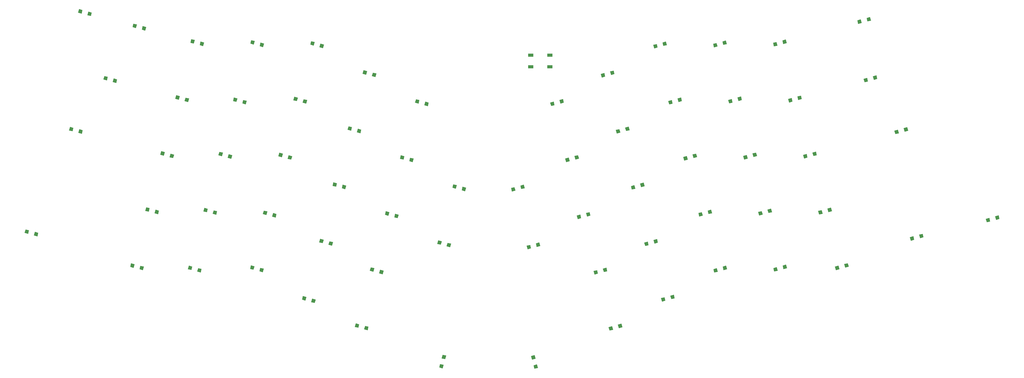
<source format=gbr>
%TF.GenerationSoftware,KiCad,Pcbnew,4.0.7*%
%TF.CreationDate,2018-09-12T19:18:30-05:00*%
%TF.ProjectId,ergo60tilt,6572676F363074696C742E6B69636164,rev?*%
%TF.FileFunction,Paste,Bot*%
%FSLAX46Y46*%
G04 Gerber Fmt 4.6, Leading zero omitted, Abs format (unit mm)*
G04 Created by KiCad (PCBNEW 4.0.7) date 09/12/18 19:18:30*
%MOMM*%
%LPD*%
G01*
G04 APERTURE LIST*
%ADD10C,0.100000*%
%ADD11R,1.700000X1.000000*%
G04 APERTURE END LIST*
D10*
G36*
X30965890Y-19020156D02*
X30655307Y-20179267D01*
X29496196Y-19868684D01*
X29806779Y-18709573D01*
X30965890Y-19020156D01*
X30965890Y-19020156D01*
G37*
G36*
X34008556Y-19835436D02*
X33697973Y-20994547D01*
X32538862Y-20683964D01*
X32849445Y-19524853D01*
X34008556Y-19835436D01*
X34008556Y-19835436D01*
G37*
G36*
X48791750Y-23796580D02*
X48481167Y-24955691D01*
X47322056Y-24645108D01*
X47632639Y-23485997D01*
X48791750Y-23796580D01*
X48791750Y-23796580D01*
G37*
G36*
X51834416Y-24611860D02*
X51523833Y-25770971D01*
X50364722Y-25460388D01*
X50675305Y-24301277D01*
X51834416Y-24611860D01*
X51834416Y-24611860D01*
G37*
G36*
X39261025Y-40964841D02*
X38950442Y-42123952D01*
X37791331Y-41813369D01*
X38101914Y-40654258D01*
X39261025Y-40964841D01*
X39261025Y-40964841D01*
G37*
G36*
X42303691Y-41780121D02*
X41993108Y-42939232D01*
X40833997Y-42628649D01*
X41144580Y-41469538D01*
X42303691Y-41780121D01*
X42303691Y-41780121D01*
G37*
G36*
X28005217Y-57670868D02*
X27694634Y-58829979D01*
X26535523Y-58519396D01*
X26846106Y-57360285D01*
X28005217Y-57670868D01*
X28005217Y-57670868D01*
G37*
G36*
X31047883Y-58486148D02*
X30737300Y-59645259D01*
X29578189Y-59334676D01*
X29888772Y-58175565D01*
X31047883Y-58486148D01*
X31047883Y-58486148D01*
G37*
G36*
X13431197Y-91360855D02*
X13120614Y-92519966D01*
X11961503Y-92209383D01*
X12272086Y-91050272D01*
X13431197Y-91360855D01*
X13431197Y-91360855D01*
G37*
G36*
X16473863Y-92176135D02*
X16163280Y-93335246D01*
X15004169Y-93024663D01*
X15314752Y-91865552D01*
X16473863Y-92176135D01*
X16473863Y-92176135D01*
G37*
G36*
X67767664Y-28881161D02*
X67457081Y-30040272D01*
X66297970Y-29729689D01*
X66608553Y-28570578D01*
X67767664Y-28881161D01*
X67767664Y-28881161D01*
G37*
G36*
X70810330Y-29696441D02*
X70499747Y-30855552D01*
X69340636Y-30544969D01*
X69651219Y-29385858D01*
X70810330Y-29696441D01*
X70810330Y-29696441D01*
G37*
G36*
X62837160Y-47282048D02*
X62526577Y-48441159D01*
X61367466Y-48130576D01*
X61678049Y-46971465D01*
X62837160Y-47282048D01*
X62837160Y-47282048D01*
G37*
G36*
X65879826Y-48097328D02*
X65569243Y-49256439D01*
X64410132Y-48945856D01*
X64720715Y-47786745D01*
X65879826Y-48097328D01*
X65879826Y-48097328D01*
G37*
G36*
X57906658Y-65682935D02*
X57596075Y-66842046D01*
X56436964Y-66531463D01*
X56747547Y-65372352D01*
X57906658Y-65682935D01*
X57906658Y-65682935D01*
G37*
G36*
X60949324Y-66498215D02*
X60638741Y-67657326D01*
X59479630Y-67346743D01*
X59790213Y-66187632D01*
X60949324Y-66498215D01*
X60949324Y-66498215D01*
G37*
G36*
X52976155Y-84083822D02*
X52665572Y-85242933D01*
X51506461Y-84932350D01*
X51817044Y-83773239D01*
X52976155Y-84083822D01*
X52976155Y-84083822D01*
G37*
G36*
X56018821Y-84899102D02*
X55708238Y-86058213D01*
X54549127Y-85747630D01*
X54859710Y-84588519D01*
X56018821Y-84899102D01*
X56018821Y-84899102D01*
G37*
G36*
X48045652Y-102484709D02*
X47735069Y-103643820D01*
X46575958Y-103333237D01*
X46886541Y-102174126D01*
X48045652Y-102484709D01*
X48045652Y-102484709D01*
G37*
G36*
X51088318Y-103299989D02*
X50777735Y-104459100D01*
X49618624Y-104148517D01*
X49929207Y-102989406D01*
X51088318Y-103299989D01*
X51088318Y-103299989D01*
G37*
G36*
X87401176Y-29211442D02*
X87090593Y-30370553D01*
X85931482Y-30059970D01*
X86242065Y-28900859D01*
X87401176Y-29211442D01*
X87401176Y-29211442D01*
G37*
G36*
X90443842Y-30026722D02*
X90133259Y-31185833D01*
X88974148Y-30875250D01*
X89284731Y-29716139D01*
X90443842Y-30026722D01*
X90443842Y-30026722D01*
G37*
G36*
X81741568Y-48033278D02*
X81430985Y-49192389D01*
X80271874Y-48881806D01*
X80582457Y-47722695D01*
X81741568Y-48033278D01*
X81741568Y-48033278D01*
G37*
G36*
X84784234Y-48848558D02*
X84473651Y-50007669D01*
X83314540Y-49697086D01*
X83625123Y-48537975D01*
X84784234Y-48848558D01*
X84784234Y-48848558D01*
G37*
G36*
X76965144Y-65859138D02*
X76654561Y-67018249D01*
X75495450Y-66707666D01*
X75806033Y-65548555D01*
X76965144Y-65859138D01*
X76965144Y-65859138D01*
G37*
G36*
X80007810Y-66674418D02*
X79697227Y-67833529D01*
X78538116Y-67522946D01*
X78848699Y-66363835D01*
X80007810Y-66674418D01*
X80007810Y-66674418D01*
G37*
G36*
X72034641Y-84260024D02*
X71724058Y-85419135D01*
X70564947Y-85108552D01*
X70875530Y-83949441D01*
X72034641Y-84260024D01*
X72034641Y-84260024D01*
G37*
G36*
X75077307Y-85075304D02*
X74766724Y-86234415D01*
X73607613Y-85923832D01*
X73918196Y-84764721D01*
X75077307Y-85075304D01*
X75077307Y-85075304D01*
G37*
G36*
X66950059Y-103235939D02*
X66639476Y-104395050D01*
X65480365Y-104084467D01*
X65790948Y-102925356D01*
X66950059Y-103235939D01*
X66950059Y-103235939D01*
G37*
G36*
X69992725Y-104051219D02*
X69682142Y-105210330D01*
X68523031Y-104899747D01*
X68833614Y-103740636D01*
X69992725Y-104051219D01*
X69992725Y-104051219D01*
G37*
G36*
X107034689Y-29541723D02*
X106724106Y-30700834D01*
X105564995Y-30390251D01*
X105875578Y-29231140D01*
X107034689Y-29541723D01*
X107034689Y-29541723D01*
G37*
G36*
X110077355Y-30357003D02*
X109766772Y-31516114D01*
X108607661Y-31205531D01*
X108918244Y-30046420D01*
X110077355Y-30357003D01*
X110077355Y-30357003D01*
G37*
G36*
X101529159Y-47788532D02*
X101218576Y-48947643D01*
X100059465Y-48637060D01*
X100370048Y-47477949D01*
X101529159Y-47788532D01*
X101529159Y-47788532D01*
G37*
G36*
X104571825Y-48603812D02*
X104261242Y-49762923D01*
X103102131Y-49452340D01*
X103412714Y-48293229D01*
X104571825Y-48603812D01*
X104571825Y-48603812D01*
G37*
G36*
X96598656Y-66189419D02*
X96288073Y-67348530D01*
X95128962Y-67037947D01*
X95439545Y-65878836D01*
X96598656Y-66189419D01*
X96598656Y-66189419D01*
G37*
G36*
X99641322Y-67004699D02*
X99330739Y-68163810D01*
X98171628Y-67853227D01*
X98482211Y-66694116D01*
X99641322Y-67004699D01*
X99641322Y-67004699D01*
G37*
G36*
X91514075Y-85165333D02*
X91203492Y-86324444D01*
X90044381Y-86013861D01*
X90354964Y-84854750D01*
X91514075Y-85165333D01*
X91514075Y-85165333D01*
G37*
G36*
X94556741Y-85980613D02*
X94246158Y-87139724D01*
X93087047Y-86829141D01*
X93397630Y-85670030D01*
X94556741Y-85980613D01*
X94556741Y-85980613D01*
G37*
G36*
X87312678Y-103145271D02*
X87002095Y-104304382D01*
X85842984Y-103993799D01*
X86153567Y-102834688D01*
X87312678Y-103145271D01*
X87312678Y-103145271D01*
G37*
G36*
X90355344Y-103960551D02*
X90044761Y-105119662D01*
X88885650Y-104809079D01*
X89196233Y-103649968D01*
X90355344Y-103960551D01*
X90355344Y-103960551D01*
G37*
G36*
X124202951Y-39072448D02*
X123892368Y-40231559D01*
X122733257Y-39920976D01*
X123043840Y-38761865D01*
X124202951Y-39072448D01*
X124202951Y-39072448D01*
G37*
G36*
X127245617Y-39887728D02*
X126935034Y-41046839D01*
X125775923Y-40736256D01*
X126086506Y-39577145D01*
X127245617Y-39887728D01*
X127245617Y-39887728D01*
G37*
G36*
X119272448Y-57473335D02*
X118961865Y-58632446D01*
X117802754Y-58321863D01*
X118113337Y-57162752D01*
X119272448Y-57473335D01*
X119272448Y-57473335D01*
G37*
G36*
X122315114Y-58288615D02*
X122004531Y-59447726D01*
X120845420Y-59137143D01*
X121156003Y-57978032D01*
X122315114Y-58288615D01*
X122315114Y-58288615D01*
G37*
G36*
X114341945Y-75874221D02*
X114031362Y-77033332D01*
X112872251Y-76722749D01*
X113182834Y-75563638D01*
X114341945Y-75874221D01*
X114341945Y-75874221D01*
G37*
G36*
X117384611Y-76689501D02*
X117074028Y-77848612D01*
X115914917Y-77538029D01*
X116225500Y-76378918D01*
X117384611Y-76689501D01*
X117384611Y-76689501D01*
G37*
G36*
X109986470Y-94429187D02*
X109675887Y-95588298D01*
X108516776Y-95277715D01*
X108827359Y-94118604D01*
X109986470Y-94429187D01*
X109986470Y-94429187D01*
G37*
G36*
X113029136Y-95244467D02*
X112718553Y-96403578D01*
X111559442Y-96092995D01*
X111870025Y-94933884D01*
X113029136Y-95244467D01*
X113029136Y-95244467D01*
G37*
G36*
X104326861Y-113251022D02*
X104016278Y-114410133D01*
X102857167Y-114099550D01*
X103167750Y-112940439D01*
X104326861Y-113251022D01*
X104326861Y-113251022D01*
G37*
G36*
X107369527Y-114066302D02*
X107058944Y-115225413D01*
X105899833Y-114914830D01*
X106210416Y-113755719D01*
X107369527Y-114066302D01*
X107369527Y-114066302D01*
G37*
G36*
X141371212Y-48603173D02*
X141060629Y-49762284D01*
X139901518Y-49451701D01*
X140212101Y-48292590D01*
X141371212Y-48603173D01*
X141371212Y-48603173D01*
G37*
G36*
X144413878Y-49418453D02*
X144103295Y-50577564D01*
X142944184Y-50266981D01*
X143254767Y-49107870D01*
X144413878Y-49418453D01*
X144413878Y-49418453D01*
G37*
G36*
X136440709Y-67004059D02*
X136130126Y-68163170D01*
X134971015Y-67852587D01*
X135281598Y-66693476D01*
X136440709Y-67004059D01*
X136440709Y-67004059D01*
G37*
G36*
X139483375Y-67819339D02*
X139172792Y-68978450D01*
X138013681Y-68667867D01*
X138324264Y-67508756D01*
X139483375Y-67819339D01*
X139483375Y-67819339D01*
G37*
G36*
X131510206Y-85404946D02*
X131199623Y-86564057D01*
X130040512Y-86253474D01*
X130351095Y-85094363D01*
X131510206Y-85404946D01*
X131510206Y-85404946D01*
G37*
G36*
X134552872Y-86220226D02*
X134242289Y-87379337D01*
X133083178Y-87068754D01*
X133393761Y-85909643D01*
X134552872Y-86220226D01*
X134552872Y-86220226D01*
G37*
G36*
X126579704Y-103805834D02*
X126269121Y-104964945D01*
X125110010Y-104654362D01*
X125420593Y-103495251D01*
X126579704Y-103805834D01*
X126579704Y-103805834D01*
G37*
G36*
X129622370Y-104621114D02*
X129311787Y-105780225D01*
X128152676Y-105469642D01*
X128463259Y-104310531D01*
X129622370Y-104621114D01*
X129622370Y-104621114D01*
G37*
G36*
X121649201Y-122206720D02*
X121338618Y-123365831D01*
X120179507Y-123055248D01*
X120490090Y-121896137D01*
X121649201Y-122206720D01*
X121649201Y-122206720D01*
G37*
G36*
X124691867Y-123022000D02*
X124381284Y-124181111D01*
X123222173Y-123870528D01*
X123532756Y-122711417D01*
X124691867Y-123022000D01*
X124691867Y-123022000D01*
G37*
G36*
X153608970Y-76534784D02*
X153298387Y-77693895D01*
X152139276Y-77383312D01*
X152449859Y-76224201D01*
X153608970Y-76534784D01*
X153608970Y-76534784D01*
G37*
G36*
X156651636Y-77350064D02*
X156341053Y-78509175D01*
X155181942Y-78198592D01*
X155492525Y-77039481D01*
X156651636Y-77350064D01*
X156651636Y-77350064D01*
G37*
G36*
X148678468Y-94935671D02*
X148367885Y-96094782D01*
X147208774Y-95784199D01*
X147519357Y-94625088D01*
X148678468Y-94935671D01*
X148678468Y-94935671D01*
G37*
G36*
X151721134Y-95750951D02*
X151410551Y-96910062D01*
X150251440Y-96599479D01*
X150562023Y-95440368D01*
X151721134Y-95750951D01*
X151721134Y-95750951D01*
G37*
G36*
X149790374Y-133673086D02*
X148631263Y-133362503D01*
X148941846Y-132203392D01*
X150100957Y-132513975D01*
X149790374Y-133673086D01*
X149790374Y-133673086D01*
G37*
G36*
X148975094Y-136715752D02*
X147815983Y-136405169D01*
X148126566Y-135246058D01*
X149285677Y-135556641D01*
X148975094Y-136715752D01*
X148975094Y-136715752D01*
G37*
G36*
X194056243Y-86180399D02*
X194366826Y-87339510D01*
X193207715Y-87650093D01*
X192897132Y-86490982D01*
X194056243Y-86180399D01*
X194056243Y-86180399D01*
G37*
G36*
X197098909Y-85365119D02*
X197409492Y-86524230D01*
X196250381Y-86834813D01*
X195939798Y-85675702D01*
X197098909Y-85365119D01*
X197098909Y-85365119D01*
G37*
G36*
X199561775Y-104427208D02*
X199872358Y-105586319D01*
X198713247Y-105896902D01*
X198402664Y-104737791D01*
X199561775Y-104427208D01*
X199561775Y-104427208D01*
G37*
G36*
X202604441Y-103611928D02*
X202915024Y-104771039D01*
X201755913Y-105081622D01*
X201445330Y-103922511D01*
X202604441Y-103611928D01*
X202604441Y-103611928D01*
G37*
G36*
X204492278Y-122828095D02*
X204802861Y-123987206D01*
X203643750Y-124297789D01*
X203333167Y-123138678D01*
X204492278Y-122828095D01*
X204492278Y-122828095D01*
G37*
G36*
X207534944Y-122012815D02*
X207845527Y-123171926D01*
X206686416Y-123482509D01*
X206375833Y-122323398D01*
X207534944Y-122012815D01*
X207534944Y-122012815D01*
G37*
G36*
X172532508Y-77156158D02*
X172843091Y-78315269D01*
X171683980Y-78625852D01*
X171373397Y-77466741D01*
X172532508Y-77156158D01*
X172532508Y-77156158D01*
G37*
G36*
X175575174Y-76340878D02*
X175885757Y-77499989D01*
X174726646Y-77810572D01*
X174416063Y-76651461D01*
X175575174Y-76340878D01*
X175575174Y-76340878D01*
G37*
G36*
X177617089Y-96132073D02*
X177927672Y-97291184D01*
X176768561Y-97601767D01*
X176457978Y-96442656D01*
X177617089Y-96132073D01*
X177617089Y-96132073D01*
G37*
G36*
X180659755Y-95316793D02*
X180970338Y-96475904D01*
X179811227Y-96786487D01*
X179500644Y-95627376D01*
X180659755Y-95316793D01*
X180659755Y-95316793D01*
G37*
G36*
X179393771Y-133479181D02*
X178234660Y-133789764D01*
X177924077Y-132630653D01*
X179083188Y-132320070D01*
X179393771Y-133479181D01*
X179393771Y-133479181D01*
G37*
G36*
X180209051Y-136521847D02*
X179049940Y-136832430D01*
X178739357Y-135673319D01*
X179898468Y-135362736D01*
X180209051Y-136521847D01*
X180209051Y-136521847D01*
G37*
G36*
X233898297Y-85365760D02*
X234208880Y-86524871D01*
X233049769Y-86835454D01*
X232739186Y-85676343D01*
X233898297Y-85365760D01*
X233898297Y-85365760D01*
G37*
G36*
X236940963Y-84550480D02*
X237251546Y-85709591D01*
X236092435Y-86020174D01*
X235781852Y-84861063D01*
X236940963Y-84550480D01*
X236940963Y-84550480D01*
G37*
G36*
X238828800Y-103766646D02*
X239139383Y-104925757D01*
X237980272Y-105236340D01*
X237669689Y-104077229D01*
X238828800Y-103766646D01*
X238828800Y-103766646D01*
G37*
G36*
X241871466Y-102951366D02*
X242182049Y-104110477D01*
X241022938Y-104421060D01*
X240712355Y-103261949D01*
X241871466Y-102951366D01*
X241871466Y-102951366D01*
G37*
G36*
X201938528Y-39693822D02*
X202249111Y-40852933D01*
X201090000Y-41163516D01*
X200779417Y-40004405D01*
X201938528Y-39693822D01*
X201938528Y-39693822D01*
G37*
G36*
X204981194Y-38878542D02*
X205291777Y-40037653D01*
X204132666Y-40348236D01*
X203822083Y-39189125D01*
X204981194Y-38878542D01*
X204981194Y-38878542D01*
G37*
G36*
X206869031Y-58094710D02*
X207179614Y-59253821D01*
X206020503Y-59564404D01*
X205709920Y-58405293D01*
X206869031Y-58094710D01*
X206869031Y-58094710D01*
G37*
G36*
X209911697Y-57279430D02*
X210222280Y-58438541D01*
X209063169Y-58749124D01*
X208752586Y-57590013D01*
X209911697Y-57279430D01*
X209911697Y-57279430D01*
G37*
G36*
X211799533Y-76495597D02*
X212110116Y-77654708D01*
X210951005Y-77965291D01*
X210640422Y-76806180D01*
X211799533Y-76495597D01*
X211799533Y-76495597D01*
G37*
G36*
X214842199Y-75680317D02*
X215152782Y-76839428D01*
X213993671Y-77150011D01*
X213683088Y-75990900D01*
X214842199Y-75680317D01*
X214842199Y-75680317D01*
G37*
G36*
X216155007Y-95050562D02*
X216465590Y-96209673D01*
X215306479Y-96520256D01*
X214995896Y-95361145D01*
X216155007Y-95050562D01*
X216155007Y-95050562D01*
G37*
G36*
X219197673Y-94235282D02*
X219508256Y-95394393D01*
X218349145Y-95704976D01*
X218038562Y-94545865D01*
X219197673Y-94235282D01*
X219197673Y-94235282D01*
G37*
G36*
X221660539Y-113297371D02*
X221971122Y-114456482D01*
X220812011Y-114767065D01*
X220501428Y-113607954D01*
X221660539Y-113297371D01*
X221660539Y-113297371D01*
G37*
G36*
X224703205Y-112482091D02*
X225013788Y-113641202D01*
X223854677Y-113951785D01*
X223544094Y-112792674D01*
X224703205Y-112482091D01*
X224703205Y-112482091D01*
G37*
G36*
X185345293Y-49070469D02*
X185655876Y-50229580D01*
X184496765Y-50540163D01*
X184186182Y-49381052D01*
X185345293Y-49070469D01*
X185345293Y-49070469D01*
G37*
G36*
X188387959Y-48255189D02*
X188698542Y-49414300D01*
X187539431Y-49724883D01*
X187228848Y-48565772D01*
X188387959Y-48255189D01*
X188387959Y-48255189D01*
G37*
G36*
X190275796Y-67471356D02*
X190586379Y-68630467D01*
X189427268Y-68941050D01*
X189116685Y-67781939D01*
X190275796Y-67471356D01*
X190275796Y-67471356D01*
G37*
G36*
X193318462Y-66656076D02*
X193629045Y-67815187D01*
X192469934Y-68125770D01*
X192159351Y-66966659D01*
X193318462Y-66656076D01*
X193318462Y-66656076D01*
G37*
G36*
X278670852Y-102952006D02*
X278981435Y-104111117D01*
X277822324Y-104421700D01*
X277511741Y-103262589D01*
X278670852Y-102952006D01*
X278670852Y-102952006D01*
G37*
G36*
X281713518Y-102136726D02*
X282024101Y-103295837D01*
X280864990Y-103606420D01*
X280554407Y-102447309D01*
X281713518Y-102136726D01*
X281713518Y-102136726D01*
G37*
G36*
X238740301Y-29832817D02*
X239050884Y-30991928D01*
X237891773Y-31302511D01*
X237581190Y-30143400D01*
X238740301Y-29832817D01*
X238740301Y-29832817D01*
G37*
G36*
X241782967Y-29017537D02*
X242093550Y-30176648D01*
X240934439Y-30487231D01*
X240623856Y-29328120D01*
X241782967Y-29017537D01*
X241782967Y-29017537D01*
G37*
G36*
X243670804Y-48233704D02*
X243981387Y-49392815D01*
X242822276Y-49703398D01*
X242511693Y-48544287D01*
X243670804Y-48233704D01*
X243670804Y-48233704D01*
G37*
G36*
X246713470Y-47418424D02*
X247024053Y-48577535D01*
X245864942Y-48888118D01*
X245554359Y-47729007D01*
X246713470Y-47418424D01*
X246713470Y-47418424D01*
G37*
G36*
X248601307Y-66634591D02*
X248911890Y-67793702D01*
X247752779Y-68104285D01*
X247442196Y-66945174D01*
X248601307Y-66634591D01*
X248601307Y-66634591D01*
G37*
G36*
X251643973Y-65819311D02*
X251954556Y-66978422D01*
X250795445Y-67289005D01*
X250484862Y-66129894D01*
X251643973Y-65819311D01*
X251643973Y-65819311D01*
G37*
G36*
X253531810Y-85035478D02*
X253842393Y-86194589D01*
X252683282Y-86505172D01*
X252372699Y-85346061D01*
X253531810Y-85035478D01*
X253531810Y-85035478D01*
G37*
G36*
X256574476Y-84220198D02*
X256885059Y-85379309D01*
X255725948Y-85689892D01*
X255415365Y-84530781D01*
X256574476Y-84220198D01*
X256574476Y-84220198D01*
G37*
G36*
X258462312Y-103436365D02*
X258772895Y-104595476D01*
X257613784Y-104906059D01*
X257303201Y-103746948D01*
X258462312Y-103436365D01*
X258462312Y-103436365D01*
G37*
G36*
X261504978Y-102621085D02*
X261815561Y-103780196D01*
X260656450Y-104090779D01*
X260345867Y-102931668D01*
X261504978Y-102621085D01*
X261504978Y-102621085D01*
G37*
G36*
X219106789Y-30163099D02*
X219417372Y-31322210D01*
X218258261Y-31632793D01*
X217947678Y-30473682D01*
X219106789Y-30163099D01*
X219106789Y-30163099D01*
G37*
G36*
X222149455Y-29347819D02*
X222460038Y-30506930D01*
X221300927Y-30817513D01*
X220990344Y-29658402D01*
X222149455Y-29347819D01*
X222149455Y-29347819D01*
G37*
G36*
X224037292Y-48563985D02*
X224347875Y-49723096D01*
X223188764Y-50033679D01*
X222878181Y-48874568D01*
X224037292Y-48563985D01*
X224037292Y-48563985D01*
G37*
G36*
X227079958Y-47748705D02*
X227390541Y-48907816D01*
X226231430Y-49218399D01*
X225920847Y-48059288D01*
X227079958Y-47748705D01*
X227079958Y-47748705D01*
G37*
G36*
X228967795Y-66964872D02*
X229278378Y-68123983D01*
X228119267Y-68434566D01*
X227808684Y-67275455D01*
X228967795Y-66964872D01*
X228967795Y-66964872D01*
G37*
G36*
X232010461Y-66149592D02*
X232321044Y-67308703D01*
X231161933Y-67619286D01*
X230851350Y-66460175D01*
X232010461Y-66149592D01*
X232010461Y-66149592D01*
G37*
G36*
X285975145Y-22106782D02*
X286285728Y-23265893D01*
X285126617Y-23576476D01*
X284816034Y-22417365D01*
X285975145Y-22106782D01*
X285975145Y-22106782D01*
G37*
G36*
X289017811Y-21291502D02*
X289328394Y-22450613D01*
X288169283Y-22761196D01*
X287858700Y-21602085D01*
X289017811Y-21291502D01*
X289017811Y-21291502D01*
G37*
G36*
X288030508Y-41278060D02*
X288341091Y-42437171D01*
X287181980Y-42747754D01*
X286871397Y-41588643D01*
X288030508Y-41278060D01*
X288030508Y-41278060D01*
G37*
G36*
X291073174Y-40462780D02*
X291383757Y-41621891D01*
X290224646Y-41932474D01*
X289914063Y-40773363D01*
X291073174Y-40462780D01*
X291073174Y-40462780D01*
G37*
G36*
X298136261Y-58292243D02*
X298446844Y-59451354D01*
X297287733Y-59761937D01*
X296977150Y-58602826D01*
X298136261Y-58292243D01*
X298136261Y-58292243D01*
G37*
G36*
X301178927Y-57476963D02*
X301489510Y-58636074D01*
X300330399Y-58946657D01*
X300019816Y-57787546D01*
X301178927Y-57476963D01*
X301178927Y-57476963D01*
G37*
G36*
X303201681Y-93297426D02*
X303512264Y-94456537D01*
X302353153Y-94767120D01*
X302042570Y-93608009D01*
X303201681Y-93297426D01*
X303201681Y-93297426D01*
G37*
G36*
X306244347Y-92482146D02*
X306554930Y-93641257D01*
X305395819Y-93951840D01*
X305085236Y-92792729D01*
X306244347Y-92482146D01*
X306244347Y-92482146D01*
G37*
G36*
X328081952Y-87247090D02*
X328392535Y-88406201D01*
X327233424Y-88716784D01*
X326922841Y-87557673D01*
X328081952Y-87247090D01*
X328081952Y-87247090D01*
G37*
G36*
X331124618Y-86431810D02*
X331435201Y-87590921D01*
X330276090Y-87901504D01*
X329965507Y-86742393D01*
X331124618Y-86431810D01*
X331124618Y-86431810D01*
G37*
G36*
X258373814Y-29502536D02*
X258684397Y-30661647D01*
X257525286Y-30972230D01*
X257214703Y-29813119D01*
X258373814Y-29502536D01*
X258373814Y-29502536D01*
G37*
G36*
X261416480Y-28687256D02*
X261727063Y-29846367D01*
X260567952Y-30156950D01*
X260257369Y-28997839D01*
X261416480Y-28687256D01*
X261416480Y-28687256D01*
G37*
G36*
X263304317Y-47903424D02*
X263614900Y-49062535D01*
X262455789Y-49373118D01*
X262145206Y-48214007D01*
X263304317Y-47903424D01*
X263304317Y-47903424D01*
G37*
G36*
X266346983Y-47088144D02*
X266657566Y-48247255D01*
X265498455Y-48557838D01*
X265187872Y-47398727D01*
X266346983Y-47088144D01*
X266346983Y-47088144D01*
G37*
G36*
X268234820Y-66304310D02*
X268545403Y-67463421D01*
X267386292Y-67774004D01*
X267075709Y-66614893D01*
X268234820Y-66304310D01*
X268234820Y-66304310D01*
G37*
G36*
X271277486Y-65489030D02*
X271588069Y-66648141D01*
X270428958Y-66958724D01*
X270118375Y-65799613D01*
X271277486Y-65489030D01*
X271277486Y-65489030D01*
G37*
G36*
X273165323Y-84705197D02*
X273475906Y-85864308D01*
X272316795Y-86174891D01*
X272006212Y-85015780D01*
X273165323Y-84705197D01*
X273165323Y-84705197D01*
G37*
G36*
X276207989Y-83889917D02*
X276518572Y-85049028D01*
X275359461Y-85359611D01*
X275048878Y-84200500D01*
X276207989Y-83889917D01*
X276207989Y-83889917D01*
G37*
D11*
X177825000Y-37618750D03*
X184125000Y-37618750D03*
X177825000Y-33818750D03*
X184125000Y-33818750D03*
M02*

</source>
